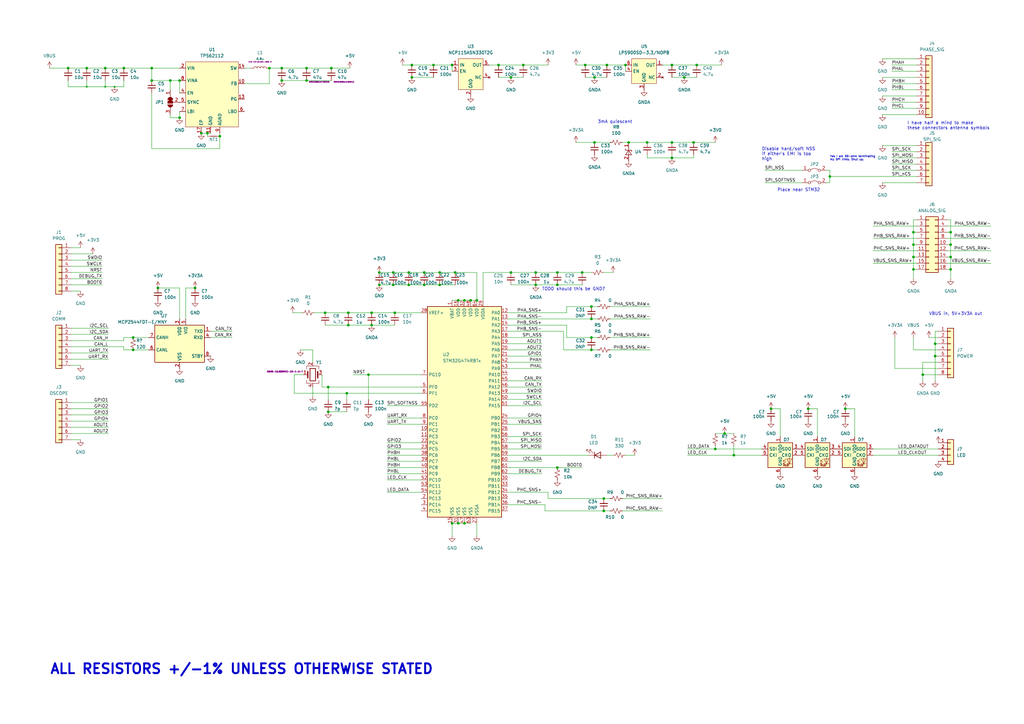
<source format=kicad_sch>
(kicad_sch (version 20220104) (generator eeschema)
  (paper "A3")
  (junction (at 180.34 111.76))
  (junction (at 142.24 161.29))
  (junction (at 256.54 26.67))
  (junction (at 248.92 26.67))
  (junction (at 247.65 209.55))
  (junction (at 378.46 153.67))
  (junction (at 243.84 31.75))
  (junction (at 374.65 95.25))
  (junction (at 185.42 26.67))
  (junction (at 187.96 214.63))
  (junction (at 54.61 143.51))
  (junction (at 242.57 125.73))
  (junction (at 297.18 177.8))
  (junction (at 190.5 214.63))
  (junction (at 161.29 111.76))
  (junction (at 209.55 111.76))
  (junction (at 214.63 26.67))
  (junction (at 133.35 128.27))
  (junction (at 125.73 27.94))
  (junction (at 50.8 27.94))
  (junction (at 275.59 58.42))
  (junction (at 228.6 116.84))
  (junction (at 293.37 184.15))
  (junction (at 46.99 35.56) (diameter 0.6096))
  (junction (at 389.89 95.25))
  (junction (at 243.84 58.42))
  (junction (at 219.71 111.76))
  (junction (at 284.48 58.42))
  (junction (at 64.77 118.11))
  (junction (at 62.23 33.02))
  (junction (at 346.71 167.64))
  (junction (at 35.56 35.56) (diameter 0.6096))
  (junction (at 219.71 116.84))
  (junction (at 142.875 128.27))
  (junction (at 242.57 143.51))
  (junction (at 193.04 123.19))
  (junction (at 27.94 27.94))
  (junction (at 180.34 116.84))
  (junction (at 228.6 111.76))
  (junction (at 90.17 55.88))
  (junction (at 389.89 110.49))
  (junction (at 186.69 111.76))
  (junction (at 155.575 111.76))
  (junction (at 275.59 64.77))
  (junction (at 135.89 27.94))
  (junction (at 275.59 26.67))
  (junction (at 62.23 27.94))
  (junction (at 190.5 123.19))
  (junction (at 167.64 111.76))
  (junction (at 152.4 133.35))
  (junction (at 195.58 123.19))
  (junction (at 82.55 54.61))
  (junction (at 257.81 58.42))
  (junction (at 185.42 214.63))
  (junction (at 152.4 128.27))
  (junction (at 161.925 128.27))
  (junction (at 35.56 27.94))
  (junction (at 383.54 140.97))
  (junction (at 115.57 33.02))
  (junction (at 173.99 116.84))
  (junction (at 285.75 26.67))
  (junction (at 155.575 116.84))
  (junction (at 265.43 58.42))
  (junction (at 134.62 158.75))
  (junction (at 316.23 167.64))
  (junction (at 389.89 100.33))
  (junction (at 247.65 204.47))
  (junction (at 204.47 26.67))
  (junction (at 374.65 105.41))
  (junction (at 242.57 130.81))
  (junction (at 151.13 153.67))
  (junction (at 168.91 26.67))
  (junction (at 177.8 26.67))
  (junction (at 125.73 33.02))
  (junction (at 73.66 33.02))
  (junction (at 300.99 186.69))
  (junction (at 161.29 116.84))
  (junction (at 54.61 138.43))
  (junction (at 167.64 116.84))
  (junction (at 228.6 191.77))
  (junction (at 280.67 31.75))
  (junction (at 134.62 168.91))
  (junction (at 242.57 138.43))
  (junction (at 110.49 27.94))
  (junction (at 340.36 72.39))
  (junction (at 115.57 27.94))
  (junction (at 168.91 31.75))
  (junction (at 85.09 54.61))
  (junction (at 240.03 26.67))
  (junction (at 374.65 110.49))
  (junction (at 389.89 105.41))
  (junction (at 187.96 123.19))
  (junction (at 383.54 146.05))
  (junction (at 80.01 118.11))
  (junction (at 43.18 27.94))
  (junction (at 331.47 167.64))
  (junction (at 374.65 100.33))
  (junction (at 43.18 35.56) (diameter 0.6096))
  (junction (at 209.55 31.75))
  (junction (at 238.76 111.76))
  (junction (at 173.99 111.76))
  (junction (at 69.85 33.02))
  (junction (at 142.875 133.35))
  (junction (at 73.66 48.26))
  (wire (pts (xy 180.34 111.76) (xy 186.69 111.76)))
  (wire (pts (xy 128.27 158.75) (xy 128.27 162.56)))
  (wire (pts (xy 375.92 100.33) (xy 374.65 100.33)))
  (wire (pts (xy 208.28 163.83) (xy 222.25 163.83)))
  (wire (pts (xy 224.79 204.47) (xy 224.79 201.93)))
  (wire (pts (xy 256.54 26.67) (xy 256.54 29.21)))
  (wire (pts (xy 208.28 191.77) (xy 228.6 191.77)))
  (wire (pts (xy 383.54 146.05) (xy 383.54 156.21)))
  (wire (pts (xy 300.99 186.69) (xy 312.42 186.69)))
  (wire (pts (xy 195.58 123.19) (xy 193.04 123.19)))
  (wire (pts (xy 134.62 158.75) (xy 172.72 158.75)))
  (wire (pts (xy 167.64 111.76) (xy 173.99 111.76)))
  (wire (pts (xy 388.62 102.87) (xy 406.4 102.87)))
  (wire (pts (xy 54.61 138.43) (xy 60.96 138.43)))
  (wire (pts (xy 251.46 111.76) (xy 247.65 111.76)))
  (wire (pts (xy 375.92 95.25) (xy 374.65 95.25)))
  (wire (pts (xy 378.46 156.21) (xy 378.46 153.67)))
  (wire (pts (xy 208.28 158.75) (xy 222.25 158.75)))
  (wire (pts (xy 378.46 153.67) (xy 384.81 153.67)))
  (wire (pts (xy 313.69 69.85) (xy 328.93 69.85)))
  (wire (pts (xy 50.8 143.51) (xy 50.8 142.24)))
  (wire (pts (xy 172.72 184.15) (xy 158.75 184.15)))
  (wire (pts (xy 135.89 27.94) (xy 143.51 27.94)))
  (wire (pts (xy 365.76 64.77) (xy 375.92 64.77)))
  (wire (pts (xy 43.18 27.94) (xy 35.56 27.94)))
  (wire (pts (xy 271.78 26.67) (xy 275.59 26.67)))
  (wire (pts (xy 85.09 54.61) (xy 85.09 55.88)))
  (wire (pts (xy 185.42 214.63) (xy 187.96 214.63)))
  (wire (pts (xy 173.99 111.76) (xy 180.34 111.76)))
  (wire (pts (xy 275.59 26.67) (xy 285.75 26.67)))
  (wire (pts (xy 128.905 128.27) (xy 133.35 128.27)))
  (wire (pts (xy 115.57 33.02) (xy 125.73 33.02)))
  (wire (pts (xy 281.94 186.69) (xy 300.99 186.69)))
  (wire (pts (xy 209.55 116.84) (xy 219.71 116.84)))
  (wire (pts (xy 358.14 92.71) (xy 375.92 92.71)))
  (wire (pts (xy 243.84 31.75) (xy 248.92 31.75)))
  (wire (pts (xy 120.65 153.67) (xy 120.65 161.29)))
  (wire (pts (xy 228.6 116.84) (xy 238.76 116.84)))
  (wire (pts (xy 43.18 33.02) (xy 43.18 35.56)))
  (wire (pts (xy 365.76 34.29) (xy 375.92 34.29)))
  (wire (pts (xy 29.21 144.78) (xy 44.45 144.78)))
  (wire (pts (xy 388.62 100.33) (xy 389.89 100.33)))
  (wire (pts (xy 208.28 201.93) (xy 224.79 201.93)))
  (wire (pts (xy 374.65 138.43) (xy 374.65 143.51)))
  (wire (pts (xy 195.58 111.76) (xy 195.58 123.19)))
  (wire (pts (xy 208.28 186.69) (xy 241.3 186.69)))
  (wire (pts (xy 158.75 186.69) (xy 172.72 186.69)))
  (wire (pts (xy 208.28 135.89) (xy 231.14 135.89)))
  (wire (pts (xy 208.28 140.97) (xy 222.25 140.97)))
  (wire (pts (xy 152.4 128.27) (xy 161.925 128.27)))
  (wire (pts (xy 285.75 26.67) (xy 295.91 26.67)))
  (wire (pts (xy 120.65 161.29) (xy 142.24 161.29)))
  (wire (pts (xy 62.23 27.94) (xy 50.8 27.94)))
  (wire (pts (xy 335.28 167.64) (xy 335.28 179.07)))
  (wire (pts (xy 80.01 118.11) (xy 76.2 118.11)))
  (wire (pts (xy 208.28 151.13) (xy 222.25 151.13)))
  (wire (pts (xy 297.18 177.8) (xy 300.99 177.8)))
  (wire (pts (xy 383.54 146.05) (xy 383.54 140.97)))
  (wire (pts (xy 185.42 26.67) (xy 185.42 29.21)))
  (wire (pts (xy 128.27 143.51) (xy 128.27 148.59)))
  (wire (pts (xy 250.19 138.43) (xy 266.7 138.43)))
  (wire (pts (xy 133.35 133.35) (xy 142.875 133.35)))
  (wire (pts (xy 378.46 148.59) (xy 378.46 153.67)))
  (wire (pts (xy 340.36 74.93) (xy 340.36 72.39)))
  (wire (pts (xy 73.66 48.26) (xy 69.85 48.26)))
  (wire (pts (xy 69.85 33.02) (xy 62.23 33.02)))
  (wire (pts (xy 168.91 31.75) (xy 177.8 31.75)))
  (wire (pts (xy 250.19 130.81) (xy 266.7 130.81)))
  (wire (pts (xy 29.21 170.18) (xy 44.45 170.18)))
  (wire (pts (xy 124.46 153.67) (xy 120.65 153.67)))
  (wire (pts (xy 187.96 214.63) (xy 190.5 214.63)))
  (wire (pts (xy 367.03 151.13) (xy 384.81 151.13)))
  (wire (pts (xy 187.96 123.19) (xy 185.42 123.19)))
  (wire (pts (xy 208.28 184.15) (xy 222.25 184.15)))
  (wire (pts (xy 62.23 27.94) (xy 73.66 27.94)))
  (wire (pts (xy 365.76 67.31) (xy 375.92 67.31)))
  (wire (pts (xy 346.71 167.64) (xy 350.52 167.64)))
  (wire (pts (xy 100.33 27.94) (xy 102.87 27.94)))
  (wire (pts (xy 389.89 105.41) (xy 389.89 100.33)))
  (wire (pts (xy 35.56 27.94) (xy 27.94 27.94)))
  (wire (pts (xy 151.13 153.67) (xy 172.72 153.67)))
  (wire (pts (xy 172.72 171.45) (xy 158.75 171.45)))
  (wire (pts (xy 50.8 139.7) (xy 50.8 138.43)))
  (wire (pts (xy 73.66 33.02) (xy 69.85 33.02)))
  (wire (pts (xy 388.62 107.95) (xy 406.4 107.95)))
  (wire (pts (xy 223.52 209.55) (xy 223.52 207.01)))
  (wire (pts (xy 69.85 33.02) (xy 69.85 36.83)))
  (wire (pts (xy 275.59 64.77) (xy 284.48 64.77)))
  (wire (pts (xy 375.92 110.49) (xy 374.65 110.49)))
  (wire (pts (xy 208.28 179.07) (xy 222.25 179.07)))
  (wire (pts (xy 280.67 31.75) (xy 285.75 31.75)))
  (wire (pts (xy 228.6 191.77) (xy 238.76 191.77)))
  (wire (pts (xy 158.75 194.31) (xy 172.72 194.31)))
  (wire (pts (xy 383.54 146.05) (xy 384.81 146.05)))
  (wire (pts (xy 190.5 123.19) (xy 187.96 123.19)))
  (wire (pts (xy 54.61 143.51) (xy 50.8 143.51)))
  (wire (pts (xy 198.12 111.76) (xy 198.12 123.19)))
  (wire (pts (xy 204.47 31.75) (xy 209.55 31.75)))
  (wire (pts (xy 388.62 105.41) (xy 389.89 105.41)))
  (wire (pts (xy 155.575 111.76) (xy 161.29 111.76)))
  (wire (pts (xy 361.95 46.99) (xy 375.92 46.99)))
  (wire (pts (xy 255.27 209.55) (xy 271.78 209.55)))
  (wire (pts (xy 231.14 143.51) (xy 242.57 143.51)))
  (wire (pts (xy 365.76 44.45) (xy 375.92 44.45)))
  (wire (pts (xy 208.28 133.35) (xy 232.41 133.35)))
  (wire (pts (xy 250.19 204.47) (xy 247.65 204.47)))
  (wire (pts (xy 110.49 34.29) (xy 110.49 27.94)))
  (wire (pts (xy 340.36 72.39) (xy 375.92 72.39)))
  (wire (pts (xy 384.81 135.89) (xy 383.54 135.89)))
  (wire (pts (xy 62.23 60.96) (xy 62.23 38.1)))
  (wire (pts (xy 29.21 111.76) (xy 41.91 111.76)))
  (wire (pts (xy 172.72 196.85) (xy 158.75 196.85)))
  (wire (pts (xy 350.52 167.64) (xy 350.52 179.07)))
  (wire (pts (xy 232.41 138.43) (xy 232.41 133.35)))
  (wire (pts (xy 125.73 27.94) (xy 135.89 27.94)))
  (wire (pts (xy 381 138.43) (xy 384.81 138.43)))
  (wire (pts (xy 90.17 55.88) (xy 90.17 60.96)))
  (wire (pts (xy 361.95 74.93) (xy 375.92 74.93)))
  (wire (pts (xy 172.72 173.99) (xy 158.75 173.99)))
  (wire (pts (xy 29.21 149.86) (xy 33.02 149.86)))
  (wire (pts (xy 388.62 92.71) (xy 406.4 92.71)))
  (wire (pts (xy 208.28 171.45) (xy 222.25 171.45)))
  (wire (pts (xy 248.92 186.69) (xy 251.46 186.69)))
  (wire (pts (xy 300.99 182.88) (xy 300.99 186.69)))
  (wire (pts (xy 358.14 184.15) (xy 384.81 184.15)))
  (wire (pts (xy 195.58 214.63) (xy 195.58 219.71)))
  (wire (pts (xy 64.77 118.11) (xy 73.66 118.11)))
  (wire (pts (xy 389.89 100.33) (xy 389.89 95.25)))
  (wire (pts (xy 367.03 138.43) (xy 367.03 151.13)))
  (wire (pts (xy 115.57 27.94) (xy 125.73 27.94)))
  (wire (pts (xy 247.65 209.55) (xy 250.19 209.55)))
  (wire (pts (xy 200.66 26.67) (xy 204.47 26.67)))
  (wire (pts (xy 231.14 135.89) (xy 231.14 143.51)))
  (wire (pts (xy 365.76 29.21) (xy 375.92 29.21)))
  (wire (pts (xy 224.79 204.47) (xy 247.65 204.47)))
  (wire (pts (xy 173.99 116.84) (xy 180.34 116.84)))
  (wire (pts (xy 383.54 140.97) (xy 384.81 140.97)))
  (wire (pts (xy 29.21 101.6) (xy 33.02 101.6)))
  (wire (pts (xy 167.64 116.84) (xy 173.99 116.84)))
  (wire (pts (xy 142.875 128.27) (xy 152.4 128.27)))
  (wire (pts (xy 316.23 167.64) (xy 320.04 167.64)))
  (wire (pts (xy 361.95 24.13) (xy 375.92 24.13)))
  (wire (pts (xy 62.23 33.02) (xy 62.23 27.94)))
  (wire (pts (xy 378.46 148.59) (xy 384.81 148.59)))
  (wire (pts (xy 389.89 110.49) (xy 389.89 105.41)))
  (wire (pts (xy 50.8 138.43) (xy 54.61 138.43)))
  (wire (pts (xy 29.21 175.26) (xy 44.45 175.26)))
  (wire (pts (xy 133.35 128.27) (xy 142.875 128.27)))
  (wire (pts (xy 161.925 128.27) (xy 172.72 128.27)))
  (wire (pts (xy 365.76 36.83) (xy 375.92 36.83)))
  (wire (pts (xy 245.11 125.73) (xy 242.57 125.73)))
  (wire (pts (xy 228.6 111.76) (xy 238.76 111.76)))
  (wire (pts (xy 142.24 161.29) (xy 172.72 161.29)))
  (wire (pts (xy 208.28 143.51) (xy 222.25 143.51)))
  (wire (pts (xy 208.28 194.31) (xy 222.25 194.31)))
  (wire (pts (xy 29.21 142.24) (xy 50.8 142.24)))
  (wire (pts (xy 389.89 90.17) (xy 388.62 90.17)))
  (wire (pts (xy 248.92 26.67) (xy 256.54 26.67)))
  (wire (pts (xy 208.28 207.01) (xy 223.52 207.01)))
  (wire (pts (xy 242.57 130.81) (xy 245.11 130.81)))
  (wire (pts (xy 132.08 158.75) (xy 134.62 158.75)))
  (wire (pts (xy 255.27 58.42) (xy 257.81 58.42)))
  (wire (pts (xy 29.21 172.72) (xy 44.45 172.72)))
  (wire (pts (xy 161.29 111.76) (xy 167.64 111.76)))
  (wire (pts (xy 208.28 148.59) (xy 222.25 148.59)))
  (wire (pts (xy 152.4 133.35) (xy 161.925 133.35)))
  (wire (pts (xy 151.13 153.67) (xy 151.13 163.83)))
  (wire (pts (xy 35.56 35.56) (xy 35.56 33.02)))
  (wire (pts (xy 134.62 168.91) (xy 142.24 168.91)))
  (wire (pts (xy 185.42 214.63) (xy 185.42 219.71)))
  (wire (pts (xy 60.96 143.51) (xy 54.61 143.51)))
  (wire (pts (xy 240.03 31.75) (xy 243.84 31.75)))
  (wire (pts (xy 256.54 186.69) (xy 260.35 186.69)))
  (wire (pts (xy 374.65 105.41) (xy 374.65 100.33)))
  (wire (pts (xy 50.8 35.56) (xy 50.8 33.02)))
  (wire (pts (xy 73.66 33.02) (xy 73.66 38.1)))
  (wire (pts (xy 208.28 128.27) (xy 232.41 128.27)))
  (wire (pts (xy 374.65 100.33) (xy 374.65 95.25)))
  (wire (pts (xy 35.56 35.56) (xy 27.94 35.56)))
  (wire (pts (xy 389.89 114.3) (xy 389.89 110.49)))
  (wire (pts (xy 293.37 177.8) (xy 297.18 177.8)))
  (wire (pts (xy 208.28 130.81) (xy 242.57 130.81)))
  (wire (pts (xy 172.72 201.93) (xy 158.75 201.93)))
  (wire (pts (xy 186.69 111.76) (xy 195.58 111.76)))
  (wire (pts (xy 69.85 48.26) (xy 69.85 46.99)))
  (wire (pts (xy 339.09 69.85) (xy 340.36 69.85)))
  (wire (pts (xy 110.49 27.94) (xy 115.57 27.94)))
  (wire (pts (xy 255.27 204.47) (xy 271.78 204.47)))
  (wire (pts (xy 281.94 184.15) (xy 293.37 184.15)))
  (wire (pts (xy 172.72 181.61) (xy 158.75 181.61)))
  (wire (pts (xy 142.24 161.29) (xy 142.24 163.83)))
  (wire (pts (xy 358.14 102.87) (xy 375.92 102.87)))
  (wire (pts (xy 284.48 58.42) (xy 293.37 58.42)))
  (wire (pts (xy 158.75 191.77) (xy 172.72 191.77)))
  (wire (pts (xy 388.62 95.25) (xy 389.89 95.25)))
  (wire (pts (xy 208.28 173.99) (xy 222.25 173.99)))
  (wire (pts (xy 46.99 35.56) (xy 50.8 35.56)))
  (wire (pts (xy 180.34 116.84) (xy 186.69 116.84)))
  (wire (pts (xy 383.54 135.89) (xy 383.54 140.97)))
  (wire (pts (xy 29.21 104.14) (xy 38.1 104.14)))
  (wire (pts (xy 132.08 153.67) (xy 132.08 158.75)))
  (wire (pts (xy 361.95 31.75) (xy 375.92 31.75)))
  (wire (pts (xy 82.55 54.61) (xy 85.09 54.61)))
  (wire (pts (xy 358.14 97.79) (xy 375.92 97.79)))
  (wire (pts (xy 275.59 63.5) (xy 275.59 64.77)))
  (wire (pts (xy 125.73 33.02) (xy 135.89 33.02)))
  (wire (pts (xy 29.21 139.7) (xy 50.8 139.7)))
  (wire (pts (xy 73.66 48.26) (xy 73.66 45.72)))
  (wire (pts (xy 43.18 35.56) (xy 35.56 35.56)))
  (wire (pts (xy 242.57 125.73) (xy 232.41 125.73)))
  (wire (pts (xy 339.09 74.93) (xy 340.36 74.93)))
  (wire (pts (xy 358.14 107.95) (xy 375.92 107.95)))
  (wire (pts (xy 375.92 105.41) (xy 374.65 105.41)))
  (wire (pts (xy 313.69 74.93) (xy 328.93 74.93)))
  (wire (pts (xy 275.59 31.75) (xy 280.67 31.75)))
  (wire (pts (xy 240.03 26.67) (xy 248.92 26.67)))
  (wire (pts (xy 50.8 27.94) (xy 43.18 27.94)))
  (wire (pts (xy 209.55 111.76) (xy 198.12 111.76)))
  (wire (pts (xy 374.65 110.49) (xy 374.65 105.41)))
  (wire (pts (xy 275.59 58.42) (xy 284.48 58.42)))
  (wire (pts (xy 29.21 116.84) (xy 41.91 116.84)))
  (wire (pts (xy 29.21 180.34) (xy 33.02 180.34)))
  (wire (pts (xy 90.17 55.88) (xy 90.17 54.61)))
  (wire (pts (xy 374.65 143.51) (xy 384.81 143.51)))
  (wire (pts (xy 123.19 143.51) (xy 128.27 143.51)))
  (wire (pts (xy 275.59 64.77) (xy 265.43 64.77)))
  (wire (pts (xy 250.19 143.51) (xy 266.7 143.51)))
  (wire (pts (xy 365.76 26.67) (xy 375.92 26.67)))
  (wire (pts (xy 27.94 35.56) (xy 27.94 33.02)))
  (wire (pts (xy 29.21 134.62) (xy 44.45 134.62)))
  (wire (pts (xy 29.21 137.16) (xy 44.45 137.16)))
  (wire (pts (xy 242.57 143.51) (xy 245.11 143.51)))
  (wire (pts (xy 168.91 26.67) (xy 177.8 26.67)))
  (wire (pts (xy 228.6 111.76) (xy 219.71 111.76)))
  (wire (pts (xy 293.37 184.15) (xy 312.42 184.15)))
  (wire (pts (xy 284.48 64.77) (xy 284.48 63.5)))
  (wire (pts (xy 73.66 118.11) (xy 73.66 130.81)))
  (wire (pts (xy 208.28 156.21) (xy 222.25 156.21)))
  (wire (pts (xy 265.43 58.42) (xy 275.59 58.42)))
  (wire (pts (xy 29.21 114.3) (xy 41.91 114.3)))
  (wire (pts (xy 293.37 182.88) (xy 293.37 184.15)))
  (wire (pts (xy 358.14 186.69) (xy 384.81 186.69)))
  (wire (pts (xy 190.5 214.63) (xy 193.04 214.63)))
  (wire (pts (xy 165.1 26.67) (xy 168.91 26.67)))
  (wire (pts (xy 340.36 69.85) (xy 340.36 72.39)))
  (wire (pts (xy 142.875 133.35) (xy 152.4 133.35)))
  (wire (pts (xy 208.28 146.05) (xy 222.25 146.05)))
  (wire (pts (xy 29.21 147.32) (xy 44.45 147.32)))
  (wire (pts (xy 365.76 41.91) (xy 375.92 41.91)))
  (wire (pts (xy 320.04 167.64) (xy 320.04 179.07)))
  (wire (pts (xy 29.21 106.68) (xy 41.91 106.68)))
  (wire (pts (xy 242.57 111.76) (xy 238.76 111.76)))
  (wire (pts (xy 20.32 27.94) (xy 27.94 27.94)))
  (wire (pts (xy 204.47 26.67) (xy 214.63 26.67)))
  (wire (pts (xy 158.75 166.37) (xy 172.72 166.37)))
  (wire (pts (xy 374.65 95.25) (xy 374.65 90.17)))
  (wire (pts (xy 245.11 138.43) (xy 242.57 138.43)))
  (wire (pts (xy 134.62 158.75) (xy 134.62 163.83)))
  (wire (pts (xy 365.76 62.23) (xy 375.92 62.23)))
  (wire (pts (xy 29.21 119.38) (xy 33.02 119.38)))
  (wire (pts (xy 155.575 116.84) (xy 161.29 116.84)))
  (wire (pts (xy 331.47 167.64) (xy 335.28 167.64)))
  (wire (pts (xy 388.62 110.49) (xy 389.89 110.49)))
  (wire (pts (xy 361.95 39.37) (xy 375.92 39.37)))
  (wire (pts (xy 242.57 138.43) (xy 232.41 138.43)))
  (wire (pts (xy 208.28 161.29) (xy 222.25 161.29)))
  (wire (pts (xy 374.65 114.3) (xy 374.65 110.49)))
  (wire (pts (xy 236.22 26.67) (xy 240.03 26.67)))
  (wire (pts (xy 388.62 97.79) (xy 406.4 97.79)))
  (wire (pts (xy 29.21 165.1) (xy 44.45 165.1)))
  (wire (pts (xy 232.41 125.73) (xy 232.41 128.27)))
  (wire (pts (xy 265.43 64.77) (xy 265.43 63.5)))
  (wire (pts (xy 389.89 95.25) (xy 389.89 90.17)))
  (wire (pts (xy 86.36 138.43) (xy 95.25 138.43)))
  (wire (pts (xy 208.28 138.43) (xy 222.25 138.43)))
  (wire (pts (xy 208.28 189.23) (xy 222.25 189.23)))
  (wire (pts (xy 193.04 123.19) (xy 190.5 123.19)))
  (wire (pts (xy 177.8 26.67) (xy 185.42 26.67)))
  (wire (pts (xy 29.21 167.64) (xy 44.45 167.64)))
  (wire (pts (xy 365.76 69.85) (xy 375.92 69.85)))
  (wire (pts (xy 161.29 116.84) (xy 167.64 116.84)))
  (wire (pts (xy 208.28 166.37) (xy 222.25 166.37)))
  (wire (pts (xy 86.36 135.89) (xy 95.25 135.89)))
  (wire (pts (xy 250.19 125.73) (xy 266.7 125.73)))
  (wire (pts (xy 90.17 60.96) (xy 62.23 60.96)))
  (wire (pts (xy 236.22 58.42) (xy 243.84 58.42)))
  (wire (pts (xy 374.65 90.17) (xy 375.92 90.17)))
  (wire (pts (xy 209.55 31.75) (xy 214.63 31.75)))
  (wire (pts (xy 158.75 189.23) (xy 172.72 189.23)))
  (wire (pts (xy 85.09 54.61) (xy 86.36 54.61)))
  (wire (pts (xy 100.33 34.29) (xy 110.49 34.29)))
  (wire (pts (xy 209.55 111.76) (xy 219.71 111.76)))
  (wire (pts (xy 144.78 153.67) (xy 151.13 153.67)))
  (wire (pts (xy 214.63 26.67) (xy 224.79 26.67)))
  (wire (pts (xy 361.95 59.69) (xy 375.92 59.69)))
  (wire (pts (xy 223.52 209.55) (xy 247.65 209.55)))
  (wire (pts (xy 243.84 58.42) (xy 250.19 58.42)))
  (wire (pts (xy 43.18 35.56) (xy 46.99 35.56)))
  (wire (pts (xy 76.2 118.11) (xy 76.2 130.81)))
  (wire (pts (xy 29.21 109.22) (xy 41.91 109.22)))
  (wire (pts (xy 257.81 58.42) (xy 265.43 58.42)))
  (wire (pts (xy 120.015 128.27) (xy 123.825 128.27)))
  (wire (pts (xy 29.21 177.8) (xy 44.45 177.8)))
  (wire (pts (xy 208.28 181.61) (xy 222.25 181.61)))
  (wire (pts (xy 219.71 116.84) (xy 228.6 116.84)))
  (text "Yes I am 50-ohm terminating\nmy SPI lines. Shut up." (at 340.36 66.04 0) (effects (font (size 0.8 0.8)) (justify left bottom)))
  (text "VBUS in, 5V+3V3A out" (at 381 129.54 0) (effects (font (size 1.27 1.27)) (justify left bottom)))
  (text "TODO should this be GND?" (at 222.25 119.38 0) (effects (font (size 1.27 1.27)) (justify left bottom)))
  (text "3mA quiescent" (at 245.11 50.8 0) (effects (font (size 1.27 1.27)) (justify left bottom)))
  (text "Place near STM32" (at 318.77 78.74 0) (effects (font (size 1.27 1.27)) (justify left bottom)))
  (text "Disable hard/soft NSS\nif either's EMI is too\nhigh" (at 312.42 66.04 0) (effects (font (size 1.27 1.27)) (justify left bottom)))
  (text "ALL RESISTORS +/-1% UNLESS OTHERWISE STATED" (at 20.32 276.86 0) (effects (font (size 4 4) (thickness 0.8) bold) (justify left bottom)))
  (text "I have half a mind to make\nthese connectors antenna symbols" (at 372.11 53.34 0) (effects (font (size 1.27 1.27)) (justify left bottom)))
  (label "LED_CLK" (at 281.94 186.69 0))
  (label "VBUS_SNS" (at 222.25 173.99 0))
  (label "PHBL" (at 158.75 194.31 0))
  (label "GPIO3" (at 44.45 170.18 0))
  (label "CAN_L" (at 44.45 142.24 0))
  (label "I2C_SCL" (at 44.45 134.62 0))
  (label "GPIO1" (at 222.25 146.05 0))
  (label "LED_CLK" (at 158.75 196.85 0))
  (label "PHBH" (at 158.75 191.77 0))
  (label "AOUT1" (at 222.25 140.97 0))
  (label "NRST" (at 41.91 111.76 0))
  (label "PHBH" (at 158.75 186.69 0))
  (label "PHAL" (at 222.25 151.13 0))
  (label "AOUT2" (at 44.45 177.8 0))
  (label "AOUT1" (at 44.45 175.26 0))
  (label "SPI_SCK" (at 365.76 69.85 0))
  (label "PHBL" (at 365.76 36.83 0))
  (label "PHB_SNS_RAW-" (at 406.4 97.79 0))
  (label "SPI_SCK" (at 222.25 179.07 0))
  (label "VBUS_SNS_RAW+" (at 358.14 107.95 0))
  (label "SWDIO" (at 222.25 161.29 0))
  (label "PHB_SNS_RAW+" (at 266.7 138.43 0))
  (label "SPI_SOFTNSS" (at 158.75 166.37 0))
  (label "I2C_SDA" (at 44.45 137.16 0))
  (label "PHB_SNS-" (at 222.25 135.89 0))
  (label "DEBUG_TX" (at 41.91 114.3 0))
  (label "SPI_MOSI" (at 365.76 64.77 0))
  (label "PHC_SNS+" (at 222.25 201.93 0))
  (label "SWCLK" (at 41.91 109.22 0))
  (label "SPI_NSS" (at 313.69 69.85 0))
  (label "CAN_RX" (at 222.25 156.21 0))
  (label "PHA_SNS_RAW+" (at 266.7 125.73 0))
  (label "UART_TX" (at 158.75 173.99 0))
  (label "I2C_SDA" (at 222.25 189.23 0))
  (label "AOUT2" (at 222.25 143.51 0))
  (label "LED_DATA" (at 281.94 184.15 0))
  (label "PHA_SNS+" (at 222.25 128.27 0))
  (label "BOOT0" (at 41.91 116.84 0))
  (label "NRST" (at 144.78 153.67 0))
  (label "GPIO2" (at 44.45 167.64 0))
  (label "PHB_SNS_RAW-" (at 266.7 143.51 0))
  (label "UART_TX" (at 44.45 144.78 0))
  (label "PHAL" (at 365.76 29.21 0))
  (label "PHB_SNS+" (at 222.25 133.35 0))
  (label "SPI_SCK" (at 365.76 62.23 0))
  (label "PHAH" (at 365.76 26.67 0))
  (label "SWDIO" (at 41.91 106.68 0))
  (label "PHA_SNS_RAW+" (at 358.14 92.71 0))
  (label "GPIO1" (at 44.45 165.1 0))
  (label "PHC_SNS_RAW+" (at 271.78 204.47 0))
  (label "CAN_TX" (at 222.25 158.75 0))
  (label "SPI_SOFTNSS" (at 313.69 74.93 0))
  (label "I2C_SCL" (at 222.25 166.37 0))
  (label "CAN_RX" (at 95.25 138.43 0))
  (label "LED_DATAOUT" (at 368.3 184.15 0))
  (label "SPI_MISO" (at 365.76 67.31 0))
  (label "PHA_SNS-" (at 222.25 130.81 0))
  (label "PHC_SNS_RAW-" (at 271.78 209.55 0))
  (label "GPIO2" (at 158.75 181.61 0))
  (label "CAN_TX" (at 95.25 135.89 0))
  (label "LED_CLKOUT" (at 368.3 186.69 0))
  (label "CAN_H" (at 44.45 139.7 0))
  (label "PHBL" (at 158.75 189.23 0))
  (label "LED_DATA" (at 158.75 201.93 0))
  (label "VBUS_SNS_RAW-" (at 406.4 107.95 0))
  (label "UART_RX" (at 44.45 147.32 0))
  (label "UART_RX" (at 158.75 171.45 0))
  (label "SPI_MISO" (at 222.25 181.61 0))
  (label "SWCLK" (at 222.25 163.83 0))
  (label "PHA_SNS_RAW-" (at 406.4 92.71 0))
  (label "BOOT0" (at 238.76 191.77 0))
  (label "PHAH" (at 222.25 148.59 0))
  (label "PHBH" (at 365.76 34.29 0))
  (label "PHC_SNS-" (at 222.25 207.01 0))
  (label "GPIO3" (at 158.75 184.15 0))
  (label "PHC_SNS_RAW-" (at 406.4 102.87 0))
  (label "PHB_SNS_RAW+" (at 358.14 97.79 0))
  (label "GPIO4" (at 222.25 171.45 0))
  (label "DEBUG_TX" (at 222.25 194.31 0))
  (label "PHCL" (at 365.76 44.45 0))
  (label "SPI_MOSI" (at 222.25 184.15 0))
  (label "PHCH" (at 365.76 41.91 0))
  (label "SPI_nCS" (at 365.76 72.39 0))
  (label "PHA_SNS_RAW-" (at 266.7 130.81 0))
  (label "PHC_SNS_RAW+" (at 358.14 102.87 0))
  (label "SPI_NSS" (at 222.25 138.43 0))
  (label "GPIO4" (at 44.45 172.72 0))
  (symbol (lib_id "power:GND") (at 361.95 74.93 0) (unit 1)
    (property "Reference" "#PWR046" (effects hide))
    (property "Value" "GND" (at 361.95 80.01 0))
  )
  (symbol (lib_id "Device:R_Small_US") (at 126.365 128.27 90) (unit 1)
    (property "Reference" "R1" (at 126.365 121.92 90))
    (property "Value" "0" (at 126.365 124.46 90))
  )
  (symbol (lib_id "Device:C_Small") (at 331.47 170.18 0) (mirror y) (unit 1)
    (property "Reference" "C?" (at 328.93 168.91 0) (effects (justify left)))
    (property "Value" "100n" (at 328.93 170.8213 0) (effects (justify left)))
  )
  (symbol (lib_id "Device:C_Small") (at 62.23 35.56 0) (unit 1)
    (property "Reference" "C5" (at 64.77 34.2899 0) (effects (justify left)))
    (property "Value" "1u" (at 64.77 36.8299 0) (effects (justify left)))
    (property "Footprint" "Capacitor_SMD:C_0603_1608Metric" (effects hide))
  )
  (symbol (lib_id "Connector_Generic:Conn_01x04") (at 389.89 184.15 0) (unit 1)
    (property "Reference" "J?" (at 392.43 184.1499 0) (effects (justify left)))
    (property "Value" "LED" (at 392.43 186.6899 0) (effects (justify left)))
  )
  (symbol (lib_id "power:GND") (at 335.28 194.31 0) (unit 1)
    (property "Reference" "#PWR?" (effects hide))
    (property "Value" "GND" (at 335.28 199.39 0))
  )
  (symbol (lib_id "Device:C_Small") (at 43.18 30.48 0) (unit 1)
    (property "Reference" "C3" (at 45.72 29.2099 0) (effects (justify left)))
    (property "Value" "10u" (at 45.72 31.7499 0) (effects (justify left)))
    (property "Footprint" "Capacitor_SMD:C_0805_2012Metric" (effects hide))
  )
  (symbol (lib_id "power:GND") (at 361.95 39.37 0) (unit 1)
    (property "Reference" "#PWR043" (effects hide))
    (property "Value" "GND" (at 361.95 44.45 0))
  )
  (symbol (lib_id "project:STM32G474RBTx") (at 190.5 168.91 0) (unit 1)
    (property "Reference" "U2" (at 181.61 145.415 0) (effects (justify left)))
    (property "Value" "STM32G474RBTx" (at 181.61 147.955 0) (effects (justify left)))
    (property "Footprint" "Package_QFP:LQFP-64_10x10mm_P0.5mm" (effects hide))
    (property "Datasheet" "https://www.st.com/resource/en/datasheet/stm32g474re.pdf" (effects hide))
  )
  (symbol (lib_id "Jumper:Jumper_2_Bridged") (at 334.01 69.85 0) (unit 1)
    (property "Reference" "JP2" (at 334.01 67.31 0))
    (property "Value" "Jumper_2_Bridged" (effects hide))
  )
  (symbol (lib_id "Device:C_Small") (at 243.84 60.96 0) (mirror y) (unit 1)
    (property "Reference" "C33" (at 246.38 59.6962 0) (effects (justify right)))
    (property "Value" "100n" (at 246.38 62.2362 0) (effects (justify right)))
    (property "Footprint" "Capacitor_SMD:C_0603_1608Metric" (effects hide))
  )
  (symbol (lib_id "power:GND") (at 64.77 123.19 0) (unit 1)
    (property "Reference" "#PWR?" (effects hide))
    (property "Value" "GND" (at 64.77 128.27 0))
  )
  (symbol (lib_id "power:GND") (at 168.91 31.75 0) (unit 1)
    (property "Reference" "#PWR021" (effects hide))
    (property "Value" "GND" (at 168.91 36.83 0))
  )
  (symbol (lib_id "Device:C_Small") (at 209.55 114.3 0) (mirror y) (unit 1)
    (property "Reference" "C25" (at 206.375 113.0362 0) (effects (justify left)))
    (property "Value" "10n" (at 206.375 115.5762 0) (effects (justify left)))
  )
  (symbol (lib_id "Device:C_Small") (at 142.24 166.37 0) (unit 1)
    (property "Reference" "C11" (at 144.78 165.1062 0) (effects (justify left)))
    (property "Value" "?p" (at 144.78 167.6462 0) (effects (justify left)))
  )
  (symbol (lib_id "Device:R_Small_US") (at 247.65 130.81 90) (unit 1)
    (property "Reference" "R5" (at 245.11 133.35 90))
    (property "Value" "0" (at 250.19 133.35 90))
  )
  (symbol (lib_id "Device:C_Small") (at 219.71 114.3 0) (mirror y) (unit 1)
    (property "Reference" "C27" (at 217.17 113.0362 0) (effects (justify left)))
    (property "Value" "100n" (at 217.17 115.5762 0) (effects (justify left)))
  )
  (symbol (lib_id "power:+5V") (at 384.81 181.61 0) (unit 1)
    (property "Reference" "#PWR?" (effects hide))
    (property "Value" "+5V" (at 384.81 176.53 0))
  )
  (symbol (lib_id "project:LP5900") (at 264.16 24.13 0) (unit 1)
    (property "Reference" "U5" (at 264.16 19.05 0))
    (property "Value" "LP5900SD-3.3/NOPB" (at 264.16 21.59 0))
  )
  (symbol (lib_id "power:GND") (at 383.54 156.21 0) (unit 1)
    (property "Reference" "#PWR052" (effects hide))
    (property "Value" "GND" (at 383.54 161.29 0))
  )
  (symbol (lib_id "power:GNDA") (at 378.46 156.21 0) (mirror y) (unit 1)
    (property "Reference" "#PWR050" (effects hide))
    (property "Value" "GNDA" (at 378.46 161.29 0))
  )
  (symbol (lib_id "power:GND") (at 73.66 151.13 0) (unit 1)
    (property "Reference" "#PWR?" (effects hide))
    (property "Value" "GND" (at 73.66 156.21 0))
  )
  (symbol (lib_id "power:GND") (at 134.62 168.91 0) (unit 1)
    (property "Reference" "#PWR014" (effects hide))
    (property "Value" "GND" (at 134.62 173.99 0))
  )
  (symbol (lib_id "power:GND") (at 316.23 172.72 0) (mirror y) (unit 1)
    (property "Reference" "#PWR?" (effects hide))
    (property "Value" "GND" (at 316.23 177.8 0))
  )
  (symbol (lib_id "power:+5V") (at 165.1 26.67 0) (unit 1)
    (property "Reference" "#PWR020" (effects hide))
    (property "Value" "+5V" (at 165.1 21.59 0))
  )
  (symbol (lib_id "Device:C_Small") (at 186.69 114.3 0) (unit 1)
    (property "Reference" "C23" (at 186.8419 112.7776 0) (effects (justify left)))
    (property "Value" "100n" (at 187.0951 115.9392 0) (effects (justify left)))
  )
  (symbol (lib_id "Device:NetTie_2") (at 87.63 55.88 0) (unit 1)
    (property "Reference" "NT1" (at 87.63 57.15 0))
    (property "Value" "NetTie_2" (effects hide))
  )
  (symbol (lib_id "power:+3V3") (at 260.35 186.69 0) (unit 1)
    (property "Reference" "#PWR035" (effects hide))
    (property "Value" "+3V3" (at 260.35 181.61 0))
  )
  (symbol (lib_id "power:+5V") (at 143.51 27.94 0) (unit 1)
    (property "Reference" "#PWR015" (effects hide))
    (property "Value" "+5V" (at 143.51 22.86 0))
  )
  (symbol (lib_id "power:GND") (at 361.95 46.99 0) (unit 1)
    (property "Reference" "#PWR044" (effects hide))
    (property "Value" "GND" (at 361.95 52.07 0))
  )
  (symbol (lib_id "Device:C_Small") (at 115.57 30.48 0) (mirror y) (unit 1)
    (property "Reference" "C6" (at 118.11 29.2099 0) (effects (justify right)))
    (property "Value" "4.7u" (at 118.11 31.7499 0) (effects (justify right)))
    (property "Footprint" "Capacitor_SMD:C_0603_1608Metric" (effects hide))
  )
  (symbol (lib_id "Device:C_Small") (at 265.43 60.96 0) (mirror y) (unit 1)
    (property "Reference" "C36" (at 267.97 59.6962 0) (effects (justify right)))
    (property "Value" "100n" (at 267.97 62.2362 0) (effects (justify right)))
    (property "Footprint" "Capacitor_SMD:C_0603_1608Metric" (effects hide))
  )
  (symbol (lib_id "Connector_Generic:Conn_01x08") (at 389.89 143.51 0) (unit 1)
    (property "Reference" "J7" (at 392.43 143.5099 0) (effects (justify left)))
    (property "Value" "POWER" (at 392.43 146.0499 0) (effects (justify left)))
  )
  (symbol (lib_id "power:GND") (at 82.55 54.61 0) (unit 1)
    (property "Reference" "#PWR09" (effects hide))
    (property "Value" "GND" (at 82.55 59.69 0))
  )
  (symbol (lib_id "Device:C_Small") (at 161.29 114.3 0) (unit 1)
    (property "Reference" "C16" (at 161.4419 112.7776 0) (effects (justify left)))
    (property "Value" "100n" (at 161.6951 115.9392 0) (effects (justify left)))
  )
  (symbol (lib_id "Device:C_Small") (at 214.63 29.21 0) (mirror y) (unit 1)
    (property "Reference" "C26" (at 217.17 27.9399 0) (effects (justify right)))
    (property "Value" "4.7u" (at 217.17 30.4799 0) (effects (justify right)))
    (property "Footprint" "Capacitor_SMD:C_0603_1608Metric" (effects hide))
  )
  (symbol (lib_id "Device:R_Small_US") (at 252.73 209.55 90) (unit 1)
    (property "Reference" "R10" (at 250.19 212.09 90))
    (property "Value" "0" (at 255.27 212.09 90))
  )
  (symbol (lib_id "power:GNDA") (at 152.4 133.35 0) (unit 1)
    (property "Reference" "#PWR017" (effects hide))
    (property "Value" "GNDA" (at 152.4 138.43 0))
  )
  (symbol (lib_id "power:GND") (at 33.02 119.38 0) (unit 1)
    (property "Reference" "#PWR03" (effects hide))
    (property "Value" "GND" (at 33.02 124.46 0))
  )
  (symbol (lib_id "Device:C_Small") (at 204.47 29.21 0) (mirror y) (unit 1)
    (property "Reference" "C24" (at 207.01 27.9462 0) (effects (justify right)))
    (property "Value" "100n" (at 207.01 30.4862 0) (effects (justify right)))
    (property "Footprint" "Capacitor_SMD:C_0603_1608Metric" (effects hide))
  )
  (symbol (lib_id "Reference_Voltage:LM4040DBZ-3") (at 257.81 62.23 90) (unit 1)
    (property "Reference" "U4" (at 260.35 62.2299 90) (effects (justify right)))
    (property "Value" "LM4040C30FTA" (effects hide))
    (property "Footprint" "Package_TO_SOT_SMD:SOT-23" (effects hide))
    (property "Datasheet" "http://www.ti.com/lit/ds/symlink/lm4040-n.pdf" (effects hide))
  )
  (symbol (lib_id "LED:APA102-2020") (at 335.28 186.69 0) (unit 1)
    (property "Reference" "D?" (at 336.55 180.34 0) (effects (justify left)))
    (property "Value" "APA102-2020" (effects hide))
    (property "Footprint" "LED_SMD:LED-APA102-2020" (effects hide))
    (property "Datasheet" "http://www.led-color.com/upload/201604/APA102-2020%20SMD%20LED.pdf" (effects hide))
  )
  (symbol (lib_id "Device:R_Small_US") (at 228.6 194.31 0) (unit 1)
    (property "Reference" "R2" (at 231.14 193.0399 0) (effects (justify left)))
    (property "Value" "10k" (at 231.14 195.5799 0) (effects (justify left)))
  )
  (symbol (lib_id "Device:R_Small_US") (at 247.65 125.73 90) (unit 1)
    (property "Reference" "R4" (at 245.11 123.19 90))
    (property "Value" "0" (at 250.19 123.19 90))
  )
  (symbol (lib_id "Device:C_Small") (at 316.23 170.18 0) (mirror y) (unit 1)
    (property "Reference" "C?" (at 313.69 168.91 0) (effects (justify left)))
    (property "Value" "100n" (at 313.69 170.8213 0) (effects (justify left)))
  )
  (symbol (lib_id "Jumper:SolderJumper_3_Bridged12") (at 69.85 41.91 90) (mirror x) (unit 1)
    (property "Reference" "JP1" (at 67.31 41.91 90) (effects (justify left)))
    (property "Value" "SolderJumper_3_Bridged12" (effects hide))
  )
  (symbol (lib_id "power:GNDA") (at 243.84 63.5 0) (unit 1)
    (property "Reference" "#PWR032" (effects hide))
    (property "Value" "GNDA" (at 243.84 68.58 0))
  )
  (symbol (lib_id "power:GND") (at 123.19 143.51 0) (unit 1)
    (property "Reference" "#PWR012" (effects hide))
    (property "Value" "GND" (at 123.19 148.59 0))
  )
  (symbol (lib_id "Device:C_Small") (at 346.71 170.18 0) (mirror y) (unit 1)
    (property "Reference" "C?" (at 344.17 168.91 0) (effects (justify left)))
    (property "Value" "100n" (at 344.17 170.8213 0) (effects (justify left)))
  )
  (symbol (lib_id "project:NCP115ASN") (at 193.04 24.13 0) (unit 1)
    (property "Reference" "U3" (at 193.04 19.05 0))
    (property "Value" "NCP115ASN330T2G" (at 193.04 21.59 0))
  )
  (symbol (lib_id "power:+5V") (at 297.18 177.8 0) (unit 1)
    (property "Reference" "#PWR?" (effects hide))
    (property "Value" "+5V" (at 297.18 172.72 0))
  )
  (symbol (lib_id "Device:C_Small") (at 247.65 207.01 0) (mirror x) (unit 1)
    (property "Reference" "C34" (at 245.11 205.7335 0) (effects (justify right)))
    (property "Value" "DNP" (at 245.11 208.2735 0) (effects (justify right)))
  )
  (symbol (lib_id "Device:C_Small") (at 80.01 120.65 0) (unit 1)
    (property "Reference" "C?" (at 82.55 119.3862 0) (effects (justify left)))
    (property "Value" "100n" (at 82.55 121.9262 0) (effects (justify left)))
  )
  (symbol (lib_id "Device:C_Small") (at 248.92 29.21 0) (mirror y) (unit 1)
    (property "Reference" "C35" (at 251.46 27.9462 0) (effects (justify right)))
    (property "Value" "100n" (at 251.46 30.4862 0) (effects (justify right)))
    (property "Footprint" "Capacitor_SMD:C_0603_1608Metric" (effects hide))
  )
  (symbol (lib_id "Device:C_Small") (at 285.75 29.21 0) (mirror y) (unit 1)
    (property "Reference" "C40" (at 288.29 27.9399 0) (effects (justify right)))
    (property "Value" "4.7u" (at 288.29 30.4799 0) (effects (justify right)))
    (property "Footprint" "Capacitor_SMD:C_0603_1608Metric" (effects hide))
  )
  (symbol (lib_id "power:GND") (at 33.02 149.86 0) (unit 1)
    (property "Reference" "#PWR04" (effects hide))
    (property "Value" "GND" (at 33.02 154.94 0))
  )
  (symbol (lib_id "Device:C_Small") (at 133.35 130.81 0) (unit 1)
    (property "Reference" "C8" (at 136.525 129.5462 0) (effects (justify left)))
    (property "Value" "4.7u" (at 136.525 132.0862 0) (effects (justify left)))
  )
  (symbol (lib_id "project:+3V3A") (at 295.91 26.67 0) (unit 1)
    (property "Reference" "#PWR040" (effects hide))
    (property "Value" "+3V3A" (at 295.91 21.59 0))
  )
  (symbol (lib_id "Device:C_Small") (at 173.99 114.3 0) (unit 1)
    (property "Reference" "C20" (at 174.1419 112.7776 0) (effects (justify left)))
    (property "Value" "100n" (at 174.3951 115.9392 0) (effects (justify left)))
  )
  (symbol (lib_id "Device:R_Small_US") (at 54.61 140.97 0) (unit 1)
    (property "Reference" "R?" (at 55.88 139.7 0) (effects (justify left)))
    (property "Value" "120" (at 55.88 142.24 0) (effects (justify left)))
  )
  (symbol (lib_id "power:+5V") (at 381 138.43 0) (unit 1)
    (property "Reference" "#PWR051" (effects hide))
    (property "Value" "+5V" (at 381 133.35 0))
  )
  (symbol (lib_id "power:GND") (at 228.6 196.85 0) (unit 1)
    (property "Reference" "#PWR028" (effects hide))
    (property "Value" "GND" (at 228.6 201.93 0))
  )
  (symbol (lib_id "power:VBUS") (at 374.65 138.43 0) (unit 1)
    (property "Reference" "#PWR049" (effects hide))
    (property "Value" "VBUS" (at 374.65 133.35 0))
  )
  (symbol (lib_id "power:+5V") (at 346.71 167.64 0) (mirror y) (unit 1)
    (property "Reference" "#PWR?" (effects hide))
    (property "Value" "+5V" (at 346.71 162.56 0))
  )
  (symbol (lib_id "power:+5V") (at 316.23 167.64 0) (mirror y) (unit 1)
    (property "Reference" "#PWR?" (effects hide))
    (property "Value" "+5V" (at 316.23 162.56 0))
  )
  (symbol (lib_id "Device:C_Small") (at 151.13 166.37 0) (unit 1)
    (property "Reference" "C13" (at 153.67 165.1062 0) (effects (justify left)))
    (property "Value" "100n" (at 153.67 167.6462 0) (effects (justify left)))
  )
  (symbol (lib_id "power:GND") (at 115.57 33.02 0) (unit 1)
    (property "Reference" "#PWR010" (effects hide))
    (property "Value" "GND" (at 115.57 38.1 0))
  )
  (symbol (lib_id "Device:C_Small") (at 134.62 166.37 0) (unit 1)
    (property "Reference" "C9" (at 137.16 165.1062 0) (effects (justify left)))
    (property "Value" "?p" (at 137.16 167.6462 0) (effects (justify left)))
  )
  (symbol (lib_id "Device:C_Small") (at 50.8 30.48 0) (unit 1)
    (property "Reference" "C4" (at 53.34 29.2099 0) (effects (justify left)))
    (property "Value" "10u" (at 53.34 31.7499 0) (effects (justify left)))
    (property "Footprint" "Capacitor_SMD:C_0805_2012Metric" (effects hide))
  )
  (symbol (lib_id "Device:R_Small_US") (at 245.11 111.76 270) (mirror x) (unit 1)
    (property "Reference" "R3" (at 245.11 105.41 90))
    (property "Value" "0" (at 245.11 107.95 90))
  )
  (symbol (lib_id "Connector_Generic:Conn_01x08") (at 24.13 109.22 0) (mirror y) (unit 1)
    (property "Reference" "J1" (at 24.13 95.25 0))
    (property "Value" "PROG" (at 24.13 97.79 0))
  )
  (symbol (lib_id "power:GND") (at 73.66 48.26 0) (unit 1)
    (property "Reference" "#PWR08" (effects hide))
    (property "Value" "GND" (at 73.66 53.34 0))
  )
  (symbol (lib_id "power:GND") (at 350.52 194.31 0) (unit 1)
    (property "Reference" "#PWR?" (effects hide))
    (property "Value" "GND" (at 350.52 199.39 0))
  )
  (symbol (lib_id "Device:R_Small_US") (at 247.65 138.43 90) (unit 1)
    (property "Reference" "R6" (at 245.11 135.89 90))
    (property "Value" "0" (at 250.19 135.89 90))
  )
  (symbol (lib_id "power:+5V") (at 236.22 26.67 0) (unit 1)
    (property "Reference" "#PWR029" (effects hide))
    (property "Value" "+5V" (at 236.22 21.59 0))
  )
  (symbol (lib_id "power:GNDA") (at 275.59 64.77 0) (unit 1)
    (property "Reference" "#PWR037" (effects hide))
    (property "Value" "GNDA" (at 275.59 69.85 0))
  )
  (symbol (lib_id "Device:C_Small") (at 168.91 29.21 0) (mirror y) (unit 1)
    (property "Reference" "C19" (at 171.45 27.9399 0) (effects (justify right)))
    (property "Value" "4.7u" (at 171.45 30.4799 0) (effects (justify right)))
    (property "Footprint" "Capacitor_SMD:C_0603_1608Metric" (effects hide))
  )
  (symbol (lib_id "power:+5V") (at 33.02 101.6 0) (unit 1)
    (property "Reference" "#PWR02" (effects hide))
    (property "Value" "+5V" (at 33.02 96.52 0))
  )
  (symbol (lib_id "Device:C_Small") (at 238.76 114.3 0) (mirror y) (unit 1)
    (property "Reference" "C29" (at 235.585 113.0362 0) (effects (justify left)))
    (property "Value" "4.7u" (at 235.585 115.5762 0) (effects (justify left)))
  )
  (symbol (lib_id "Device:C_Small") (at 27.94 30.48 0) (unit 1)
    (property "Reference" "C1" (at 30.48 29.2099 0) (effects (justify left)))
    (property "Value" "10u" (at 30.48 31.7499 0) (effects (justify left)))
    (property "Footprint" "Capacitor_SMD:C_0805_2012Metric" (effects hide))
  )
  (symbol (lib_id "power:+5V") (at 331.47 167.64 0) (mirror y) (unit 1)
    (property "Reference" "#PWR?" (effects hide))
    (property "Value" "+5V" (at 331.47 162.56 0))
  )
  (symbol (lib_id "power:+5V") (at 64.77 118.11 0) (unit 1)
    (property "Reference" "#PWR?" (effects hide))
    (property "Value" "+5V" (at 64.77 113.03 0))
  )
  (symbol (lib_id "power:GND") (at 185.42 219.71 0) (unit 1)
    (property "Reference" "#PWR022" (effects hide))
    (property "Value" "GND" (at 185.42 224.79 0))
  )
  (symbol (lib_id "Device:C_Small") (at 240.03 29.21 0) (mirror y) (unit 1)
    (property "Reference" "C30" (at 242.57 27.9399 0) (effects (justify right)))
    (property "Value" "4.7u" (at 242.57 30.4799 0) (effects (justify right)))
    (property "Footprint" "Capacitor_SMD:C_0603_1608Metric" (effects hide))
  )
  (symbol (lib_id "Device:LED") (at 245.11 186.69 0) (mirror x) (unit 1)
    (property "Reference" "D1" (at 243.5225 179.07 0))
    (property "Value" "LED" (at 243.5225 181.61 0))
  )
  (symbol (lib_id "Device:R_Small_US") (at 252.73 58.42 90) (unit 1)
    (property "Reference" "R8" (at 252.73 52.07 90))
    (property "Value" "100" (at 252.73 54.61 90))
  )
  (symbol (lib_id "power:+3V3") (at 155.575 111.76 0) (unit 1)
    (property "Reference" "#PWR018" (effects hide))
    (property "Value" "+3V3" (at 155.575 106.045 0))
  )
  (symbol (lib_id "power:GND") (at 384.81 189.23 0) (unit 1)
    (property "Reference" "#PWR?" (effects hide))
    (property "Value" "GND" (at 384.81 194.31 0))
  )
  (symbol (lib_id "Connector_Generic:Conn_01x07") (at 381 67.31 0) (unit 1)
    (property "Reference" "J5" (at 382.27 54.61 0))
    (property "Value" "SPI_SIG" (at 382.27 57.15 0))
  )
  (symbol (lib_id "power:GND") (at 331.47 172.72 0) (mirror y) (unit 1)
    (property "Reference" "#PWR?" (effects hide))
    (property "Value" "GND" (at 331.47 177.8 0))
  )
  (symbol (lib_id "Device:Crystal_GND24") (at 128.27 153.67 0) (unit 1)
    (property "Reference" "Y1" (at 130.81 148.59 0))
    (property "Value" "Crystal_GND24" (effects hide))
    (property "P/N" "ABM8-16.000MHZ-10-1-U-T" (at 116.84 152.4 0) (effects (font (size 0.635 0.635))))
  )
  (symbol (lib_id "Device:C_Small") (at 180.34 114.3 0) (unit 1)
    (property "Reference" "C22" (at 180.4919 112.7776 0) (effects (justify left)))
    (property "Value" "100n" (at 180.7451 115.9392 0) (effects (justify left)))
  )
  (symbol (lib_id "Device:C_Small") (at 35.56 30.48 0) (unit 1)
    (property "Reference" "C2" (at 38.1 29.2099 0) (effects (justify left)))
    (property "Value" "10u" (at 38.1 31.7499 0) (effects (justify left)))
    (property "Footprint" "Capacitor_SMD:C_0805_2012Metric" (effects hide))
  )
  (symbol (lib_id "Device:C_Small") (at 155.575 114.3 0) (unit 1)
    (property "Reference" "C15" (at 155.8857 112.7776 0) (effects (justify left)))
    (property "Value" "4.7u" (at 155.9801 115.9392 0) (effects (justify left)))
  )
  (symbol (lib_id "Interface_CAN_LIN:MCP2542FDxMF") (at 73.66 140.97 0) (mirror y) (unit 1)
    (property "Reference" "U?" (at 68.58 129.54 0) (effects (justify left)))
    (property "Value" "MCP2544FDT-E/MNY" (at 68.58 132.08 0) (effects (justify left)))
    (property "Footprint" "Package_DFN_QFN:DFN-8-1EP_3x3mm_P0.65mm_EP1.55x2.4mm" (effects hide))
    (property "Datasheet" "http://ww1.microchip.com/downloads/en/DeviceDoc/MCP2542FD-4FD-MCP2542WFD-4WFD-Data-Sheet20005514B.pdf" (effects hide))
  )
  (symbol (lib_id "Connector_Generic:Conn_02x09_Odd_Even") (at 381 100.33 0) (unit 1)
    (property "Reference" "J6" (at 382.27 83.82 0))
    (property "Value" "ANALOG_SIG" (at 382.27 86.36 0))
  )
  (symbol (lib_id "power:GND") (at 46.99 35.56 0) (unit 1)
    (property "Reference" "#PWR07" (effects hide))
    (property "Value" "GND" (at 46.99 40.64 0))
  )
  (symbol (lib_id "power:+3V0") (at 120.015 128.27 0) (unit 1)
    (property "Reference" "#PWR011" (effects hide))
    (property "Value" "+3V0" (at 120.015 123.19 0))
  )
  (symbol (lib_id "Device:C_Small") (at 142.875 130.81 0) (unit 1)
    (property "Reference" "C12" (at 146.05 129.5462 0) (effects (justify left)))
    (property "Value" "1u" (at 146.05 132.0862 0) (effects (justify left)))
  )
  (symbol (lib_id "project:TPS62112") (at 86.36 25.4 0) (unit 1)
    (property "Reference" "U1" (at 86.995 20.32 0))
    (property "Value" "TPS62112" (at 86.995 22.86 0))
  )
  (symbol (lib_id "Device:R_Small_US") (at 300.99 180.34 0) (unit 1)
    (property "Reference" "R?" (at 303.53 179.0699 0) (effects (justify left)))
    (property "Value" "1k" (at 303.53 181.6099 0) (effects (justify left)))
  )
  (symbol (lib_id "power:+3V3") (at 38.1 104.14 0) (unit 1)
    (property "Reference" "#PWR06" (effects hide))
    (property "Value" "+3V3" (at 38.1 98.425 0))
  )
  (symbol (lib_id "Device:R_Small_US") (at 247.65 143.51 90) (unit 1)
    (property "Reference" "R7" (at 245.11 146.05 90))
    (property "Value" "0" (at 250.19 146.05 90))
  )
  (symbol (lib_id "project:+3V3A") (at 80.01 118.11 0) (unit 1)
    (property "Reference" "#PWR?" (effects hide))
    (property "Value" "+3V3A" (at 80.01 113.03 0))
  )
  (symbol (lib_id "Device:C_Small") (at 152.4 130.81 0) (unit 1)
    (property "Reference" "C14" (at 154.94 129.5462 0) (effects (justify left)))
    (property "Value" "100n" (at 154.94 132.0862 0) (effects (justify left)))
  )
  (symbol (lib_id "power:GND") (at 361.95 31.75 0) (unit 1)
    (property "Reference" "#PWR042" (effects hide))
    (property "Value" "GND" (at 361.95 36.83 0))
  )
  (symbol (lib_id "power:GNDA") (at 280.67 31.75 0) (unit 1)
    (property "Reference" "#PWR038" (effects hide))
    (property "Value" "GNDA" (at 280.67 36.83 0))
  )
  (symbol (lib_id "Device:C_Small") (at 125.73 30.48 0) (unit 1)
    (property "Reference" "C7" (at 128.27 29.2099 0) (effects (justify left)))
    (property "Value" "47u" (at 128.27 31.7499 0) (effects (justify left)))
    (property "Footprint" "Capacitor_SMD:C_0805_2012Metric" (effects hide))
    (property "P/N" "GRM21BR61A476ME15" (at 130.9111 33.6001 0) (effects (font (size 0.5 0.5))))
  )
  (symbol (lib_id "project:+3V3A") (at 251.46 111.76 0) (unit 1)
    (property "Reference" "#PWR033" (effects hide))
    (property "Value" "+3V3A" (at 251.46 106.68 0))
  )
  (symbol (lib_id "Device:C_Small") (at 275.59 60.96 0) (mirror y) (unit 1)
    (property "Reference" "C38" (at 278.13 59.6899 0) (effects (justify right)))
    (property "Value" "4.7u" (at 278.13 62.2299 0) (effects (justify right)))
    (property "Footprint" "Capacitor_SMD:C_0603_1608Metric" (effects hide))
  )
  (symbol (lib_id "power:+3V3") (at 224.79 26.67 0) (unit 1)
    (property "Reference" "#PWR027" (effects hide))
    (property "Value" "+3V3" (at 224.79 21.59 0))
  )
  (symbol (lib_id "project:+3V3A") (at 367.03 138.43 0) (unit 1)
    (property "Reference" "#PWR047" (effects hide))
    (property "Value" "+3V3A" (at 367.03 133.35 0))
  )
  (symbol (lib_id "power:GND") (at 33.02 180.34 0) (unit 1)
    (property "Reference" "#PWR05" (effects hide))
    (property "Value" "GND" (at 33.02 185.42 0))
  )
  (symbol (lib_id "project:+3V3A") (at 236.22 58.42 0) (unit 1)
    (property "Reference" "#PWR030" (effects hide))
    (property "Value" "+3V3A" (at 236.22 53.34 0))
  )
  (symbol (lib_id "Device:C_Small") (at 64.77 120.65 0) (unit 1)
    (property "Reference" "C?" (at 67.31 119.3862 0) (effects (justify left)))
    (property "Value" "100n" (at 67.31 121.9262 0) (effects (justify left)))
  )
  (symbol (lib_id "Connector_Generic:Conn_01x10") (at 381 34.29 0) (unit 1)
    (property "Reference" "J4" (at 382.27 17.78 0))
    (property "Value" "PHASE_SIG" (at 382.27 20.32 0))
  )
  (symbol (lib_id "Device:C_Small") (at 135.89 30.48 0) (unit 1)
    (property "Reference" "C10" (at 138.43 29.2099 0) (effects (justify left)))
    (property "Value" "47u" (at 138.43 31.7499 0) (effects (justify left)))
    (property "Footprint" "Capacitor_SMD:C_0805_2012Metric" (effects hide))
    (property "P/N" "GRM21BR61A476ME15" (at 141.0711 33.6001 0) (effects (font (size 0.5 0.5))))
  )
  (symbol (lib_id "power:GND") (at 155.575 116.84 0) (unit 1)
    (property "Reference" "#PWR019" (effects hide))
    (property "Value" "GND" (at 155.575 121.285 0))
  )
  (symbol (lib_id "power:GND") (at 193.04 39.37 0) (unit 1)
    (property "Reference" "#PWR023" (effects hide))
    (property "Value" "GND" (at 193.04 44.45 0))
  )
  (symbol (lib_id "power:+3V0") (at 293.37 58.42 0) (unit 1)
    (property "Reference" "#PWR039" (effects hide))
    (property "Value" "+3V0" (at 293.37 53.34 0))
  )
  (symbol (lib_id "power:GND") (at 151.13 168.91 0) (unit 1)
    (property "Reference" "#PWR016" (effects hide))
    (property "Value" "GND" (at 151.13 173.99 0))
  )
  (symbol (lib_id "power:GNDA") (at 243.84 31.75 0) (unit 1)
    (property "Reference" "#PWR031" (effects hide))
    (property "Value" "GNDA" (at 243.84 36.83 0))
  )
  (symbol (lib_id "power:GNDA") (at 219.71 116.84 0) (unit 1)
    (property "Reference" "#PWR026" (effects hide))
    (property "Value" "GNDA" (at 219.71 121.92 0))
  )
  (symbol (lib_id "power:GND") (at 86.36 146.05 0) (unit 1)
    (property "Reference" "#PWR?" (effects hide))
    (property "Value" "GND" (at 86.36 151.13 0))
  )
  (symbol (lib_id "Device:C_Small") (at 284.48 60.96 0) (mirror y) (unit 1)
    (property "Reference" "C39" (at 287.02 59.6899 0) (effects (justify right)))
    (property "Value" "4.7u" (at 287.02 62.2299 0) (effects (justify right)))
    (property "Footprint" "Capacitor_SMD:C_0603_1608Metric" (effects hide))
  )
  (symbol (lib_id "Device:C_Small") (at 275.59 29.21 0) (mirror y) (unit 1)
    (property "Reference" "C37" (at 278.13 27.9462 0) (effects (justify right)))
    (property "Value" "100n" (at 278.13 30.4862 0) (effects (justify right)))
    (property "Footprint" "Capacitor_SMD:C_0603_1608Metric" (effects hide))
  )
  (symbol (lib_id "LED:APA102-2020") (at 320.04 186.69 0) (unit 1)
    (property "Reference" "D?" (at 321.31 180.34 0) (effects (justify left)))
    (property "Value" "APA102-2020" (effects hide))
    (property "Footprint" "LED_SMD:LED-APA102-2020" (effects hide))
    (property "Datasheet" "http://www.led-color.com/upload/201604/APA102-2020%20SMD%20LED.pdf" (effects hide))
  )
  (symbol (lib_id "power:GND") (at 320.04 194.31 0) (unit 1)
    (property "Reference" "#PWR?" (effects hide))
    (property "Value" "GND" (at 320.04 199.39 0))
  )
  (symbol (lib_id "power:VBUS") (at 20.32 27.94 0) (unit 1)
    (property "Reference" "#PWR01" (effects hide))
    (property "Value" "VBUS" (at 20.32 22.86 0))
  )
  (symbol (lib_id "Device:R_Small_US") (at 254 186.69 90) (unit 1)
    (property "Reference" "R11" (at 254 180.34 90))
    (property "Value" "330" (at 254 182.88 90))
  )
  (symbol (lib_id "power:GND") (at 361.95 24.13 0) (unit 1)
    (property "Reference" "#PWR041" (effects hide))
    (property "Value" "GND" (at 361.95 29.21 0))
  )
  (symbol (lib_id "Device:C_Small") (at 167.64 114.3 0) (unit 1)
    (property "Reference" "C18" (at 167.7919 112.7776 0) (effects (justify left)))
    (property "Value" "100n" (at 168.0451 115.9392 0) (effects (justify left)))
  )
  (symbol (lib_id "Jumper:Jumper_2_Bridged") (at 334.01 74.93 0) (unit 1)
    (property "Reference" "JP3" (at 334.01 72.39 0))
    (property "Value" "Jumper_2_Bridged" (effects hide))
  )
  (symbol (lib_id "Device:C_Small") (at 161.925 130.81 0) (unit 1)
    (property "Reference" "C17" (at 165.1 129.5462 0) (effects (justify left)))
    (property "Value" "10n" (at 165.1 132.0862 0) (effects (justify left)))
  )
  (symbol (lib_id "Device:C_Small") (at 242.57 140.97 0) (mirror x) (unit 1)
    (property "Reference" "C32" (at 240.03 139.6935 0) (effects (justify right)))
    (property "Value" "DNP" (at 240.03 142.2335 0) (effects (justify right)))
  )
  (symbol (lib_id "power:GNDA") (at 264.16 36.83 0) (unit 1)
    (property "Reference" "#PWR036" (effects hide))
    (property "Value" "GNDA" (at 264.16 41.91 0))
  )
  (symbol (lib_id "power:GNDA") (at 257.81 66.04 0) (unit 1)
    (property "Reference" "#PWR034" (effects hide))
    (property "Value" "GNDA" (at 257.81 71.12 0))
  )
  (symbol (lib_id "power:GNDA") (at 389.89 114.3 0) (unit 1)
    (property "Reference" "#PWR053" (effects hide))
    (property "Value" "GNDA" (at 389.89 119.38 0))
  )
  (symbol (lib_id "Device:L") (at 106.68 27.94 90) (unit 1)
    (property "Reference" "L1" (at 106.68 21.59 90))
    (property "Value" "6.8u" (at 106.68 24.13 90) (effects (font (size 0.9 0.9))))
    (property "Footprint" "project:ECS-MPI4040R4" (effects hide))
    (property "P/N" "ECS-MPI4040R4-6R8-R" (at 106.68 25.4 90) (effects (font (size 0.5 0.5))))
  )
  (symbol (lib_id "Device:C_Small") (at 242.57 128.27 0) (mirror x) (unit 1)
    (property "Reference" "C31" (at 240.03 126.9935 0) (effects (justify right)))
    (property "Value" "DNP" (at 240.03 129.5335 0) (effects (justify right)))
  )
  (symbol (lib_id "Device:C_Small") (at 177.8 29.21 0) (mirror y) (unit 1)
    (property "Reference" "C21" (at 180.34 27.9462 0) (effects (justify right)))
    (property "Value" "100n" (at 180.34 30.4862 0) (effects (justify right)))
    (property "Footprint" "Capacitor_SMD:C_0603_1608Metric" (effects hide))
  )
  (symbol (lib_id "LED:APA102-2020") (at 350.52 186.69 0) (unit 1)
    (property "Reference" "D?" (at 351.79 180.34 0) (effects (justify left)))
    (property "Value" "APA102-2020" (effects hide))
    (property "Footprint" "LED_SMD:LED-APA102-2020" (effects hide))
    (property "Datasheet" "http://www.led-color.com/upload/201604/APA102-2020%20SMD%20LED.pdf" (effects hide))
  )
  (symbol (lib_id "Device:R_Small_US") (at 252.73 204.47 90) (unit 1)
    (property "Reference" "R9" (at 250.19 201.93 90))
    (property "Value" "0" (at 255.27 201.93 90))
  )
  (symbol (lib_id "Connector_Generic:Conn_01x07") (at 24.13 142.24 0) (mirror y) (unit 1)
    (property "Reference" "J2" (at 24.13 128.27 0))
    (property "Value" "COMM" (at 24.13 130.81 0))
  )
  (symbol (lib_id "Device:R_Small_US") (at 293.37 180.34 0) (unit 1)
    (property "Reference" "R?" (at 295.91 179.0699 0) (effects (justify left)))
    (property "Value" "1k" (at 295.91 181.6099 0) (effects (justify left)))
  )
  (symbol (lib_id "power:GND") (at 80.01 123.19 0) (unit 1)
    (property "Reference" "#PWR?" (effects hide))
    (property "Value" "GND" (at 80.01 128.27 0))
  )
  (symbol (lib_id "power:GNDA") (at 195.58 219.71 0) (unit 1)
    (property "Reference" "#PWR024" (effects hide))
    (property "Value" "GNDA" (at 195.58 224.79 0))
  )
  (symbol (lib_id "power:GND") (at 128.27 162.56 0) (unit 1)
    (property "Reference" "#PWR013" (effects hide))
    (property "Value" "GND" (at 128.27 167.64 0))
  )
  (symbol (lib_id "Device:C_Small") (at 228.6 114.3 0) (mirror y) (unit 1)
    (property "Reference" "C28" (at 225.425 113.0362 0) (effects (justify left)))
    (property "Value" "1u" (at 225.425 115.5762 0) (effects (justify left)))
  )
  (symbol (lib_id "power:GND") (at 209.55 31.75 0) (unit 1)
    (property "Reference" "#PWR025" (effects hide))
    (property "Value" "GND" (at 209.55 36.83 0))
  )
  (symbol (lib_id "power:GND") (at 361.95 59.69 0) (unit 1)
    (property "Reference" "#PWR045" (effects hide))
    (property "Value" "GND" (at 361.95 64.77 0))
  )
  (symbol (lib_id "Connector_Generic:Conn_01x07") (at 24.13 172.72 0) (mirror y) (unit 1)
    (property "Reference" "J3" (at 24.13 158.75 0))
    (property "Value" "OSCOPE" (at 24.13 161.29 0))
  )
  (symbol (lib_id "power:GND") (at 346.71 172.72 0) (mirror y) (unit 1)
    (property "Reference" "#PWR?" (effects hide))
    (property "Value" "GND" (at 346.71 177.8 0))
  )
  (symbol (lib_id "power:GNDA") (at 374.65 114.3 0) (mirror y) (unit 1)
    (property "Reference" "#PWR048" (effects hide))
    (property "Value" "GNDA" (at 374.65 119.38 0))
  )
)
</source>
